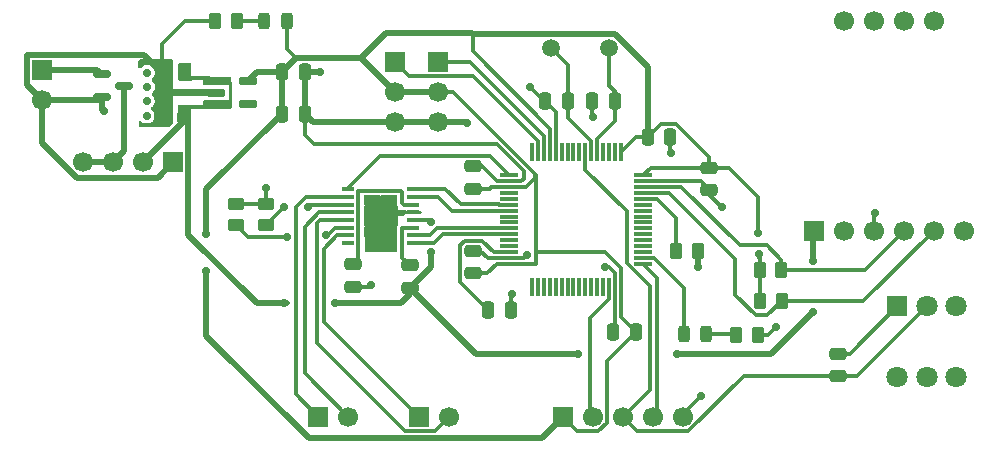
<source format=gbr>
%TF.GenerationSoftware,KiCad,Pcbnew,9.0.2*%
%TF.CreationDate,2025-06-19T19:06:17-05:00*%
%TF.ProjectId,balance_bot,62616c61-6e63-4655-9f62-6f742e6b6963,rev?*%
%TF.SameCoordinates,Original*%
%TF.FileFunction,Copper,L1,Top*%
%TF.FilePolarity,Positive*%
%FSLAX46Y46*%
G04 Gerber Fmt 4.6, Leading zero omitted, Abs format (unit mm)*
G04 Created by KiCad (PCBNEW 9.0.2) date 2025-06-19 19:06:17*
%MOMM*%
%LPD*%
G01*
G04 APERTURE LIST*
G04 Aperture macros list*
%AMRoundRect*
0 Rectangle with rounded corners*
0 $1 Rounding radius*
0 $2 $3 $4 $5 $6 $7 $8 $9 X,Y pos of 4 corners*
0 Add a 4 corners polygon primitive as box body*
4,1,4,$2,$3,$4,$5,$6,$7,$8,$9,$2,$3,0*
0 Add four circle primitives for the rounded corners*
1,1,$1+$1,$2,$3*
1,1,$1+$1,$4,$5*
1,1,$1+$1,$6,$7*
1,1,$1+$1,$8,$9*
0 Add four rect primitives between the rounded corners*
20,1,$1+$1,$2,$3,$4,$5,0*
20,1,$1+$1,$4,$5,$6,$7,0*
20,1,$1+$1,$6,$7,$8,$9,0*
20,1,$1+$1,$8,$9,$2,$3,0*%
G04 Aperture macros list end*
%TA.AperFunction,SMDPad,CuDef*%
%ADD10RoundRect,0.250000X0.262500X0.450000X-0.262500X0.450000X-0.262500X-0.450000X0.262500X-0.450000X0*%
%TD*%
%TA.AperFunction,SMDPad,CuDef*%
%ADD11RoundRect,0.243750X0.243750X0.456250X-0.243750X0.456250X-0.243750X-0.456250X0.243750X-0.456250X0*%
%TD*%
%TA.AperFunction,SMDPad,CuDef*%
%ADD12R,1.470000X0.895000*%
%TD*%
%TA.AperFunction,SMDPad,CuDef*%
%ADD13R,1.050000X0.450000*%
%TD*%
%TA.AperFunction,SMDPad,CuDef*%
%ADD14RoundRect,0.250000X-0.250000X-0.475000X0.250000X-0.475000X0.250000X0.475000X-0.250000X0.475000X0*%
%TD*%
%TA.AperFunction,ComponentPad*%
%ADD15R,1.700000X1.700000*%
%TD*%
%TA.AperFunction,ComponentPad*%
%ADD16C,1.700000*%
%TD*%
%TA.AperFunction,SMDPad,CuDef*%
%ADD17RoundRect,0.250000X0.450000X-0.262500X0.450000X0.262500X-0.450000X0.262500X-0.450000X-0.262500X0*%
%TD*%
%TA.AperFunction,SMDPad,CuDef*%
%ADD18RoundRect,0.250000X0.475000X-0.250000X0.475000X0.250000X-0.475000X0.250000X-0.475000X-0.250000X0*%
%TD*%
%TA.AperFunction,SMDPad,CuDef*%
%ADD19RoundRect,0.250000X-0.475000X0.250000X-0.475000X-0.250000X0.475000X-0.250000X0.475000X0.250000X0*%
%TD*%
%TA.AperFunction,SMDPad,CuDef*%
%ADD20RoundRect,0.250000X0.250000X0.475000X-0.250000X0.475000X-0.250000X-0.475000X0.250000X-0.475000X0*%
%TD*%
%TA.AperFunction,ComponentPad*%
%ADD21C,1.500000*%
%TD*%
%TA.AperFunction,SMDPad,CuDef*%
%ADD22RoundRect,0.162500X-0.617500X-0.162500X0.617500X-0.162500X0.617500X0.162500X-0.617500X0.162500X0*%
%TD*%
%TA.AperFunction,ComponentPad*%
%ADD23R,1.800000X1.800000*%
%TD*%
%TA.AperFunction,ComponentPad*%
%ADD24C,1.800000*%
%TD*%
%TA.AperFunction,SMDPad,CuDef*%
%ADD25RoundRect,0.250000X-0.262500X-0.450000X0.262500X-0.450000X0.262500X0.450000X-0.262500X0.450000X0*%
%TD*%
%TA.AperFunction,SMDPad,CuDef*%
%ADD26RoundRect,0.150000X-0.587500X-0.150000X0.587500X-0.150000X0.587500X0.150000X-0.587500X0.150000X0*%
%TD*%
%TA.AperFunction,SMDPad,CuDef*%
%ADD27RoundRect,0.243750X-0.243750X-0.456250X0.243750X-0.456250X0.243750X0.456250X-0.243750X0.456250X0*%
%TD*%
%TA.AperFunction,SMDPad,CuDef*%
%ADD28RoundRect,0.075000X-0.075000X0.700000X-0.075000X-0.700000X0.075000X-0.700000X0.075000X0.700000X0*%
%TD*%
%TA.AperFunction,SMDPad,CuDef*%
%ADD29RoundRect,0.075000X-0.700000X0.075000X-0.700000X-0.075000X0.700000X-0.075000X0.700000X0.075000X0*%
%TD*%
%TA.AperFunction,ViaPad*%
%ADD30C,0.700000*%
%TD*%
%TA.AperFunction,Conductor*%
%ADD31C,0.300000*%
%TD*%
%TA.AperFunction,Conductor*%
%ADD32C,0.500000*%
%TD*%
G04 APERTURE END LIST*
D10*
%TO.P,R7,1*%
%TO.N,GND*%
X163576000Y-109601000D03*
%TO.P,R7,2*%
%TO.N,Net-(D2-K)*%
X161751000Y-109601000D03*
%TD*%
D11*
%TO.P,D2,1,K*%
%TO.N,Net-(D2-K)*%
X159207200Y-109575600D03*
%TO.P,D2,2,A*%
%TO.N,Net-(D2-A)*%
X157332200Y-109575600D03*
%TD*%
D12*
%TO.P,U4,17,GND*%
%TO.N,GND*%
X132400000Y-100897500D03*
X132400000Y-100002500D03*
X132400000Y-99107500D03*
X132400000Y-98212500D03*
X130930000Y-100897500D03*
X130930000Y-100002500D03*
X130930000Y-99107500D03*
X130930000Y-98212500D03*
D13*
%TO.P,U4,16,AIN1*%
%TO.N,/ML_CHA*%
X134440000Y-97280000D03*
%TO.P,U4,15,AIN2*%
%TO.N,/ML_CHB*%
X134440000Y-97930000D03*
%TO.P,U4,14,VINT*%
%TO.N,Net-(U4-VINT)*%
X134440000Y-98580000D03*
%TO.P,U4,13,GND*%
%TO.N,GND*%
X134440000Y-99230000D03*
%TO.P,U4,12,VM*%
%TO.N,+5V*%
X134440000Y-99880000D03*
%TO.P,U4,11,VCP*%
%TO.N,Net-(U4-VCP)*%
X134440000Y-100530000D03*
%TO.P,U4,10,BIN2*%
%TO.N,/MR_CHA*%
X134440000Y-101180000D03*
%TO.P,U4,9,BIN1*%
%TO.N,/MR_CHB*%
X134440000Y-101830000D03*
%TO.P,U4,8,~{FAULT}*%
%TO.N,unconnected-(U4-~{FAULT}-Pad8)*%
X128890000Y-101830000D03*
%TO.P,U4,7,BOUT1*%
%TO.N,Net-(J5-Pin_1)*%
X128890000Y-101180000D03*
%TO.P,U4,6,BISEN*%
%TO.N,Net-(U4-BISEN)*%
X128890000Y-100530000D03*
%TO.P,U4,5,BOUT2*%
%TO.N,Net-(J5-Pin_2)*%
X128890000Y-99880000D03*
%TO.P,U4,4,AOUT2*%
%TO.N,Net-(J6-Pin_2)*%
X128890000Y-99230000D03*
%TO.P,U4,3,AISEN*%
%TO.N,Net-(U4-AISEN)*%
X128890000Y-98580000D03*
%TO.P,U4,2,AOUT1*%
%TO.N,Net-(J6-Pin_1)*%
X128890000Y-97930000D03*
%TO.P,U4,1,~{SLEEP}*%
%TO.N,/M_NSLEEP*%
X128890000Y-97280000D03*
%TD*%
D14*
%TO.P,C2,1*%
%TO.N,Net-(U1-VCAP1)*%
X140790000Y-107500000D03*
%TO.P,C2,2*%
%TO.N,GND*%
X142690000Y-107500000D03*
%TD*%
D15*
%TO.P,J5,1,Pin_1*%
%TO.N,Net-(J5-Pin_1)*%
X134894000Y-116561000D03*
D16*
%TO.P,J5,2,Pin_2*%
%TO.N,Net-(J5-Pin_2)*%
X137434000Y-116561000D03*
%TD*%
D15*
%TO.P,J6,1,Pin_1*%
%TO.N,Net-(J6-Pin_1)*%
X126394000Y-116561000D03*
D16*
%TO.P,J6,2,Pin_2*%
%TO.N,Net-(J6-Pin_2)*%
X128934000Y-116561000D03*
%TD*%
D17*
%TO.P,R5,1*%
%TO.N,Net-(U4-BISEN)*%
X119380000Y-100330000D03*
%TO.P,R5,2*%
%TO.N,GND*%
X119380000Y-98505000D03*
%TD*%
%TO.P,R1,1*%
%TO.N,Net-(U4-AISEN)*%
X121920000Y-100330000D03*
%TO.P,R1,2*%
%TO.N,GND*%
X121920000Y-98505000D03*
%TD*%
D18*
%TO.P,C6,2*%
%TO.N,GND*%
X139500000Y-102500000D03*
%TO.P,C6,1*%
%TO.N,+3.3V*%
X139500000Y-104400000D03*
%TD*%
D15*
%TO.P,J1,1,Pin_1*%
%TO.N,/ENCODER_B*%
X132842000Y-86500000D03*
D16*
%TO.P,J1,2,Pin_2*%
%TO.N,+3.3V*%
X132842000Y-89040000D03*
%TO.P,J1,3,Pin_3*%
%TO.N,GND*%
X132842000Y-91580000D03*
%TD*%
D18*
%TO.P,C15,2*%
%TO.N,Net-(U4-VCP)*%
X134112000Y-103698000D03*
%TO.P,C15,1*%
%TO.N,+5V*%
X134112000Y-105598000D03*
%TD*%
D19*
%TO.P,C14,2*%
%TO.N,GND*%
X129286000Y-105532000D03*
%TO.P,C14,1*%
%TO.N,Net-(U4-VINT)*%
X129286000Y-103632000D03*
%TD*%
D16*
%TO.P,J3,5,Pin_5*%
%TO.N,GND*%
X157226000Y-116586000D03*
%TO.P,J3,4,Pin_4*%
%TO.N,/SWCLK*%
X154686000Y-116586000D03*
%TO.P,J3,3,Pin_3*%
%TO.N,/NRST*%
X152146000Y-116586000D03*
%TO.P,J3,2,Pin_2*%
%TO.N,/SWDIO*%
X149606000Y-116586000D03*
D15*
%TO.P,J3,1,Pin_1*%
%TO.N,+3.3V*%
X147066000Y-116586000D03*
%TD*%
D20*
%TO.P,C5,2*%
%TO.N,GND*%
X151363600Y-109397800D03*
%TO.P,C5,1*%
%TO.N,+3.3V*%
X153263600Y-109397800D03*
%TD*%
D16*
%TO.P,U2,4,EN*%
%TO.N,/VIN*%
X106460000Y-95000000D03*
%TO.P,U2,3,VIN*%
X109000000Y-95000000D03*
%TO.P,U2,2,5V*%
%TO.N,+5V*%
X111540000Y-95000000D03*
D15*
%TO.P,U2,1,GND*%
%TO.N,GND*%
X114080000Y-95000000D03*
%TD*%
%TO.P,U5,1,VIN*%
%TO.N,+5V*%
X168340000Y-100780000D03*
D16*
%TO.P,U5,2,3VO*%
%TO.N,unconnected-(U5-3VO-Pad2)*%
X170880000Y-100780000D03*
%TO.P,U5,3,GND*%
%TO.N,GND*%
X173420000Y-100780000D03*
%TO.P,U5,4,SDA*%
%TO.N,/I2C1_SDA*%
X175960000Y-100780000D03*
%TO.P,U5,5,SCL*%
%TO.N,/I2C1_SCL*%
X178500000Y-100780000D03*
%TO.P,U5,6,RST*%
%TO.N,unconnected-(U5-RST-Pad6)*%
X181040000Y-100780000D03*
%TO.P,U5,7,INT*%
%TO.N,unconnected-(U5-INT-Pad7)*%
X178500000Y-83000000D03*
%TO.P,U5,8,ADDR*%
%TO.N,unconnected-(U5-ADDR-Pad8)*%
X175960000Y-83000000D03*
%TO.P,U5,9,PS1*%
%TO.N,unconnected-(U5-PS1-Pad9)*%
X173420000Y-83000000D03*
%TO.P,U5,10,PS0*%
%TO.N,unconnected-(U5-PS0-Pad10)*%
X170880000Y-83000000D03*
%TD*%
D18*
%TO.P,C7,1*%
%TO.N,+3.3V*%
X139446000Y-97216000D03*
%TO.P,C7,2*%
%TO.N,GND*%
X139446000Y-95316000D03*
%TD*%
D21*
%TO.P,Y1,1,1*%
%TO.N,/HSE_IN*%
X151000000Y-85340000D03*
%TO.P,Y1,2,2*%
%TO.N,/HSE_OUT*%
X146120000Y-85340000D03*
%TD*%
D22*
%TO.P,U6,1,VIN*%
%TO.N,+5V*%
X117696000Y-88138000D03*
%TO.P,U6,2,GND*%
%TO.N,GND*%
X117696000Y-89088000D03*
%TO.P,U6,3,EN*%
%TO.N,+5V*%
X117696000Y-90038000D03*
%TO.P,U6,4,NC*%
%TO.N,unconnected-(U6-NC-Pad4)*%
X120396000Y-90038000D03*
%TO.P,U6,5,VOUT*%
%TO.N,+3.3V*%
X120396000Y-88138000D03*
%TD*%
D23*
%TO.P,SW1,1,1*%
%TO.N,GND*%
X175390800Y-107188000D03*
D24*
%TO.P,SW1,2,2*%
%TO.N,/NRST*%
X177890800Y-107188000D03*
%TO.P,SW1,3*%
%TO.N,N/C*%
X180390800Y-107188000D03*
%TO.P,SW1,4*%
X175390800Y-113188000D03*
%TO.P,SW1,5*%
X177890800Y-113188000D03*
%TO.P,SW1,6*%
X180390800Y-113188000D03*
%TD*%
D10*
%TO.P,R6,1*%
%TO.N,Net-(D1-K)*%
X119483500Y-83002000D03*
%TO.P,R6,2*%
%TO.N,GND*%
X117658500Y-83002000D03*
%TD*%
D25*
%TO.P,R4,1*%
%TO.N,/BOOT*%
X156675000Y-102500000D03*
%TO.P,R4,2*%
%TO.N,GND*%
X158500000Y-102500000D03*
%TD*%
%TO.P,R3,1*%
%TO.N,+3.3V*%
X163757600Y-104089200D03*
%TO.P,R3,2*%
%TO.N,/I2C1_SDA*%
X165582600Y-104089200D03*
%TD*%
%TO.P,R2,1*%
%TO.N,+3.3V*%
X163781100Y-106756200D03*
%TO.P,R2,2*%
%TO.N,/I2C1_SCL*%
X165606100Y-106756200D03*
%TD*%
D26*
%TO.P,Q1,1,D*%
%TO.N,Net-(J4-Pin_1)*%
X108062500Y-87550000D03*
%TO.P,Q1,2,G*%
%TO.N,GND*%
X108062500Y-89450000D03*
%TO.P,Q1,3,S*%
%TO.N,/VIN*%
X109937500Y-88500000D03*
%TD*%
D15*
%TO.P,J4,1,Pin_1*%
%TO.N,Net-(J4-Pin_1)*%
X103000000Y-87175000D03*
D16*
%TO.P,J4,2,Pin_2*%
%TO.N,GND*%
X103000000Y-89715000D03*
%TD*%
D15*
%TO.P,J2,1,Pin_1*%
%TO.N,/ENCODER_A*%
X136500000Y-86500000D03*
D16*
%TO.P,J2,2,Pin_2*%
%TO.N,+3.3V*%
X136500000Y-89040000D03*
%TO.P,J2,3,Pin_3*%
%TO.N,GND*%
X136500000Y-91580000D03*
%TD*%
D27*
%TO.P,D1,1,K*%
%TO.N,Net-(D1-K)*%
X121823000Y-83058000D03*
%TO.P,D1,2,A*%
%TO.N,+3.3V*%
X123698000Y-83058000D03*
%TD*%
D14*
%TO.P,C13,1*%
%TO.N,+3.3V*%
X123322000Y-87376000D03*
%TO.P,C13,2*%
%TO.N,GND*%
X125222000Y-87376000D03*
%TD*%
%TO.P,C12,1*%
%TO.N,+3.3V*%
X123322000Y-90876000D03*
%TO.P,C12,2*%
%TO.N,GND*%
X125222000Y-90876000D03*
%TD*%
D20*
%TO.P,C11,1*%
%TO.N,+5V*%
X115062000Y-87376000D03*
%TO.P,C11,2*%
%TO.N,GND*%
X113162000Y-87376000D03*
%TD*%
%TO.P,C10,1*%
%TO.N,+5V*%
X115012000Y-90876000D03*
%TO.P,C10,2*%
%TO.N,GND*%
X113112000Y-90876000D03*
%TD*%
%TO.P,C9,1*%
%TO.N,/HSE_OUT*%
X147500000Y-89840000D03*
%TO.P,C9,2*%
%TO.N,GND*%
X145600000Y-89840000D03*
%TD*%
%TO.P,C8,1*%
%TO.N,/HSE_IN*%
X151500000Y-89840000D03*
%TO.P,C8,2*%
%TO.N,GND*%
X149600000Y-89840000D03*
%TD*%
D19*
%TO.P,C4,1*%
%TO.N,+3.3V*%
X159500000Y-95440000D03*
%TO.P,C4,2*%
%TO.N,GND*%
X159500000Y-97340000D03*
%TD*%
D14*
%TO.P,C3,1*%
%TO.N,+3.3V*%
X154290000Y-92840000D03*
%TO.P,C3,2*%
%TO.N,GND*%
X156190000Y-92840000D03*
%TD*%
D18*
%TO.P,C1,1*%
%TO.N,/NRST*%
X170408600Y-113116400D03*
%TO.P,C1,2*%
%TO.N,GND*%
X170408600Y-111216400D03*
%TD*%
D28*
%TO.P,U1,1,VBAT*%
%TO.N,+3.3V*%
X151990000Y-94165000D03*
%TO.P,U1,2,PC13*%
%TO.N,unconnected-(U1-PC13-Pad2)*%
X151490000Y-94165000D03*
%TO.P,U1,3,PC14*%
%TO.N,unconnected-(U1-PC14-Pad3)*%
X150990000Y-94165000D03*
%TO.P,U1,4,PC15*%
%TO.N,unconnected-(U1-PC15-Pad4)*%
X150490000Y-94165000D03*
%TO.P,U1,5,PH0*%
%TO.N,/HSE_IN*%
X149990000Y-94165000D03*
%TO.P,U1,6,PH1*%
%TO.N,/HSE_OUT*%
X149490000Y-94165000D03*
%TO.P,U1,7,NRST*%
%TO.N,/NRST*%
X148990000Y-94165000D03*
%TO.P,U1,8,PC0*%
%TO.N,unconnected-(U1-PC0-Pad8)*%
X148490000Y-94165000D03*
%TO.P,U1,9,PC1*%
%TO.N,unconnected-(U1-PC1-Pad9)*%
X147990000Y-94165000D03*
%TO.P,U1,10,PC2*%
%TO.N,unconnected-(U1-PC2-Pad10)*%
X147490000Y-94165000D03*
%TO.P,U1,11,PC3*%
%TO.N,unconnected-(U1-PC3-Pad11)*%
X146990000Y-94165000D03*
%TO.P,U1,12,VSSA*%
%TO.N,GND*%
X146490000Y-94165000D03*
%TO.P,U1,13,VREF+*%
%TO.N,+3.3V*%
X145990000Y-94165000D03*
%TO.P,U1,14,PA0*%
%TO.N,/ENCODER_A*%
X145490000Y-94165000D03*
%TO.P,U1,15,PA1*%
%TO.N,/ENCODER_B*%
X144990000Y-94165000D03*
%TO.P,U1,16,PA2*%
%TO.N,unconnected-(U1-PA2-Pad16)*%
X144490000Y-94165000D03*
D29*
%TO.P,U1,17,PA3*%
%TO.N,/M_NSLEEP*%
X142565000Y-96090000D03*
%TO.P,U1,18,VSS*%
%TO.N,GND*%
X142565000Y-96590000D03*
%TO.P,U1,19,VDD*%
%TO.N,+3.3V*%
X142565000Y-97090000D03*
%TO.P,U1,20,PA4*%
%TO.N,unconnected-(U1-PA4-Pad20)*%
X142565000Y-97590000D03*
%TO.P,U1,21,PA5*%
%TO.N,unconnected-(U1-PA5-Pad21)*%
X142565000Y-98090000D03*
%TO.P,U1,22,PA6*%
%TO.N,/ML_CHA*%
X142565000Y-98590000D03*
%TO.P,U1,23,PA7*%
%TO.N,/ML_CHB*%
X142565000Y-99090000D03*
%TO.P,U1,24,PC4*%
%TO.N,unconnected-(U1-PC4-Pad24)*%
X142565000Y-99590000D03*
%TO.P,U1,25,PC5*%
%TO.N,unconnected-(U1-PC5-Pad25)*%
X142565000Y-100090000D03*
%TO.P,U1,26,PB0*%
%TO.N,/MR_CHA*%
X142565000Y-100590000D03*
%TO.P,U1,27,PB1*%
%TO.N,/MR_CHB*%
X142565000Y-101090000D03*
%TO.P,U1,28,PB2*%
%TO.N,unconnected-(U1-PB2-Pad28)*%
X142565000Y-101590000D03*
%TO.P,U1,29,PB10*%
%TO.N,unconnected-(U1-PB10-Pad29)*%
X142565000Y-102090000D03*
%TO.P,U1,30,VCAP1*%
%TO.N,Net-(U1-VCAP1)*%
X142565000Y-102590000D03*
%TO.P,U1,31,VSS*%
%TO.N,GND*%
X142565000Y-103090000D03*
%TO.P,U1,32,VDD*%
%TO.N,+3.3V*%
X142565000Y-103590000D03*
D28*
%TO.P,U1,33,PB12*%
%TO.N,unconnected-(U1-PB12-Pad33)*%
X144490000Y-105515000D03*
%TO.P,U1,34,PB13*%
%TO.N,unconnected-(U1-PB13-Pad34)*%
X144990000Y-105515000D03*
%TO.P,U1,35,PB14*%
%TO.N,unconnected-(U1-PB14-Pad35)*%
X145490000Y-105515000D03*
%TO.P,U1,36,PB15*%
%TO.N,unconnected-(U1-PB15-Pad36)*%
X145990000Y-105515000D03*
%TO.P,U1,37,PC6*%
%TO.N,unconnected-(U1-PC6-Pad37)*%
X146490000Y-105515000D03*
%TO.P,U1,38,PC7*%
%TO.N,unconnected-(U1-PC7-Pad38)*%
X146990000Y-105515000D03*
%TO.P,U1,39,PC8*%
%TO.N,unconnected-(U1-PC8-Pad39)*%
X147490000Y-105515000D03*
%TO.P,U1,40,PC9*%
%TO.N,unconnected-(U1-PC9-Pad40)*%
X147990000Y-105515000D03*
%TO.P,U1,41,PA8*%
%TO.N,unconnected-(U1-PA8-Pad41)*%
X148490000Y-105515000D03*
%TO.P,U1,42,PA9*%
%TO.N,unconnected-(U1-PA9-Pad42)*%
X148990000Y-105515000D03*
%TO.P,U1,43,PA10*%
%TO.N,unconnected-(U1-PA10-Pad43)*%
X149490000Y-105515000D03*
%TO.P,U1,44,PA11*%
%TO.N,unconnected-(U1-PA11-Pad44)*%
X149990000Y-105515000D03*
%TO.P,U1,45,PA12*%
%TO.N,unconnected-(U1-PA12-Pad45)*%
X150490000Y-105515000D03*
%TO.P,U1,46,PA13*%
%TO.N,/SWDIO*%
X150990000Y-105515000D03*
%TO.P,U1,47,VSS*%
%TO.N,GND*%
X151490000Y-105515000D03*
%TO.P,U1,48,VDD*%
%TO.N,+3.3V*%
X151990000Y-105515000D03*
D29*
%TO.P,U1,49,PA14*%
%TO.N,/SWCLK*%
X153915000Y-103590000D03*
%TO.P,U1,50,PA15*%
%TO.N,Net-(D2-A)*%
X153915000Y-103090000D03*
%TO.P,U1,51,PC10*%
%TO.N,unconnected-(U1-PC10-Pad51)*%
X153915000Y-102590000D03*
%TO.P,U1,52,PC11*%
%TO.N,unconnected-(U1-PC11-Pad52)*%
X153915000Y-102090000D03*
%TO.P,U1,53,PC12*%
%TO.N,unconnected-(U1-PC12-Pad53)*%
X153915000Y-101590000D03*
%TO.P,U1,54,PD2*%
%TO.N,unconnected-(U1-PD2-Pad54)*%
X153915000Y-101090000D03*
%TO.P,U1,55,PB3*%
%TO.N,unconnected-(U1-PB3-Pad55)*%
X153915000Y-100590000D03*
%TO.P,U1,56,PB4*%
%TO.N,unconnected-(U1-PB4-Pad56)*%
X153915000Y-100090000D03*
%TO.P,U1,57,PB5*%
%TO.N,unconnected-(U1-PB5-Pad57)*%
X153915000Y-99590000D03*
%TO.P,U1,58,PB6*%
%TO.N,unconnected-(U1-PB6-Pad58)*%
X153915000Y-99090000D03*
%TO.P,U1,59,PB7*%
%TO.N,unconnected-(U1-PB7-Pad59)*%
X153915000Y-98590000D03*
%TO.P,U1,60,BOOT0*%
%TO.N,/BOOT*%
X153915000Y-98090000D03*
%TO.P,U1,61,PB8*%
%TO.N,/I2C1_SCL*%
X153915000Y-97590000D03*
%TO.P,U1,62,PB9*%
%TO.N,/I2C1_SDA*%
X153915000Y-97090000D03*
%TO.P,U1,63,VSS*%
%TO.N,GND*%
X153915000Y-96590000D03*
%TO.P,U1,64,VDD*%
%TO.N,+3.3V*%
X153915000Y-96090000D03*
%TD*%
D30*
%TO.N,GND*%
X165176200Y-108915200D03*
%TO.N,+3.3V*%
X163652200Y-100965000D03*
%TO.N,+5V*%
X168249600Y-103352600D03*
X168275000Y-107696000D03*
%TO.N,+3.3V*%
X163677600Y-102731800D03*
X116916200Y-104216200D03*
X116916200Y-101092000D03*
%TO.N,GND*%
X132334000Y-102108000D03*
%TO.N,+5V*%
X156718000Y-111252000D03*
X148336000Y-111252000D03*
%TO.N,GND*%
X158750000Y-114808000D03*
%TO.N,Net-(U4-BISEN)*%
X123698000Y-101346000D03*
X127047275Y-101139275D03*
%TO.N,Net-(U4-AISEN)*%
X125476000Y-98806000D03*
X123444000Y-98806000D03*
%TO.N,GND*%
X126492000Y-87376000D03*
X138938000Y-91694000D03*
X108204000Y-90678000D03*
X130810000Y-105410000D03*
%TO.N,+5V*%
X127762000Y-106934000D03*
X123444000Y-106934000D03*
%TO.N,GND*%
X142748000Y-106172000D03*
X160528000Y-98806000D03*
X173482000Y-99314000D03*
X144272000Y-88646000D03*
X158496000Y-103886000D03*
X130810000Y-102108000D03*
X121920000Y-97131500D03*
%TO.N,+5V*%
X135890000Y-102616000D03*
X135890000Y-100076000D03*
%TO.N,GND*%
X150622000Y-103886000D03*
X144018000Y-102870000D03*
X156210000Y-94234000D03*
X149606000Y-91186000D03*
%TO.N,*%
X111861600Y-91059000D03*
X111887000Y-89789000D03*
X111887000Y-87401400D03*
X111912400Y-88595200D03*
%TD*%
D31*
%TO.N,Net-(D2-A)*%
X157332200Y-109575600D02*
X157332200Y-105627666D01*
X157332200Y-105627666D02*
X154794534Y-103090000D01*
X154794534Y-103090000D02*
X153915000Y-103090000D01*
%TO.N,GND*%
X164490400Y-109601000D02*
X165176200Y-108915200D01*
X163576000Y-109601000D02*
X164490400Y-109601000D01*
%TO.N,Net-(D2-K)*%
X161725600Y-109575600D02*
X161751000Y-109601000D01*
X159207200Y-109575600D02*
X161725600Y-109575600D01*
%TO.N,/SWCLK*%
X155092400Y-104767400D02*
X153915000Y-103590000D01*
X155092400Y-116179600D02*
X155092400Y-104767400D01*
X154686000Y-116586000D02*
X155092400Y-116179600D01*
%TO.N,/NRST*%
X148990000Y-95650000D02*
X148990000Y-94165000D01*
X152491000Y-103545534D02*
X152491000Y-99151000D01*
X152491000Y-99151000D02*
X148990000Y-95650000D01*
X154457400Y-114274600D02*
X154457400Y-105511934D01*
X154457400Y-105511934D02*
X152491000Y-103545534D01*
X152146000Y-116586000D02*
X154457400Y-114274600D01*
%TO.N,+3.3V*%
X150807000Y-111854400D02*
X153263600Y-109397800D01*
X150103471Y-117787000D02*
X150807000Y-117083471D01*
X150807000Y-117083471D02*
X150807000Y-111854400D01*
X148267000Y-117787000D02*
X150103471Y-117787000D01*
X147066000Y-116586000D02*
X148267000Y-117787000D01*
X151990000Y-108124200D02*
X153263600Y-109397800D01*
X151990000Y-105515000D02*
X151990000Y-108124200D01*
%TO.N,GND*%
X151490000Y-109271400D02*
X151363600Y-109397800D01*
X151490000Y-105515000D02*
X151490000Y-109271400D01*
%TO.N,+3.3V*%
X163652200Y-97967800D02*
X163652200Y-100965000D01*
D32*
%TO.N,+5V*%
X168249600Y-100870400D02*
X168340000Y-100780000D01*
X168249600Y-103352600D02*
X168249600Y-100870400D01*
X164719000Y-111252000D02*
X168275000Y-107696000D01*
X156718000Y-111252000D02*
X164719000Y-111252000D01*
D31*
%TO.N,+3.3V*%
X163677600Y-102731800D02*
X163677600Y-103062000D01*
X163757600Y-103142000D02*
X163757600Y-104089200D01*
X163677600Y-103062000D02*
X163757600Y-103142000D01*
%TO.N,/I2C1_SDA*%
X162052000Y-102031800D02*
X164363400Y-102031800D01*
X157110200Y-97090000D02*
X162052000Y-102031800D01*
X165582600Y-103251000D02*
X165582600Y-104089200D01*
X153915000Y-97090000D02*
X157110200Y-97090000D01*
X164363400Y-102031800D02*
X165582600Y-103251000D01*
%TO.N,+3.3V*%
X161124400Y-95440000D02*
X159500000Y-95440000D01*
X163652200Y-97967800D02*
X161124400Y-95440000D01*
%TO.N,/I2C1_SCL*%
X161696400Y-106240870D02*
X161696400Y-103196400D01*
X163405530Y-107950000D02*
X161696400Y-106240870D01*
X164412300Y-107950000D02*
X163405530Y-107950000D01*
%TO.N,+3.3V*%
X163757600Y-106732700D02*
X163781100Y-106756200D01*
X163757600Y-104089200D02*
X163757600Y-106732700D01*
%TO.N,/I2C1_SCL*%
X164412300Y-107950000D02*
X165606100Y-106756200D01*
X156090000Y-97590000D02*
X161696400Y-103196400D01*
X165606100Y-106756200D02*
X172523800Y-106756200D01*
X172523800Y-106756200D02*
X178500000Y-100780000D01*
%TO.N,/I2C1_SDA*%
X175960000Y-100780000D02*
X172650800Y-104089200D01*
X172650800Y-104089200D02*
X165582600Y-104089200D01*
%TO.N,/NRST*%
X171962400Y-113116400D02*
X170408600Y-113116400D01*
X177890800Y-107188000D02*
X171962400Y-113116400D01*
X162394071Y-113116400D02*
X170408600Y-113116400D01*
X157723471Y-117787000D02*
X162394071Y-113116400D01*
%TO.N,GND*%
X175390800Y-107188000D02*
X171362400Y-111216400D01*
X171362400Y-111216400D02*
X170408600Y-111216400D01*
D32*
%TO.N,+5V*%
X115381000Y-91245000D02*
X115012000Y-90876000D01*
X115381000Y-101157000D02*
X115381000Y-91245000D01*
%TO.N,+3.3V*%
X145289000Y-118363000D02*
X147066000Y-116586000D01*
X125594000Y-118363000D02*
X145289000Y-118363000D01*
X116916200Y-109685200D02*
X125594000Y-118363000D01*
X116916200Y-104216200D02*
X116916200Y-109685200D01*
X116916200Y-97281800D02*
X116916200Y-101092000D01*
X123322000Y-90876000D02*
X116916200Y-97281800D01*
D31*
%TO.N,Net-(U4-VINT)*%
X133638000Y-98580000D02*
X134440000Y-98580000D01*
X133498000Y-98440000D02*
X133638000Y-98580000D01*
X133498000Y-97489500D02*
X133498000Y-98440000D01*
D32*
%TO.N,GND*%
X130864000Y-102054000D02*
X130810000Y-102108000D01*
D31*
X157226000Y-116332000D02*
X158750000Y-114808000D01*
X157226000Y-116586000D02*
X157226000Y-116332000D01*
%TO.N,Net-(U4-BISEN)*%
X120396000Y-101346000D02*
X119380000Y-100330000D01*
X123698000Y-101346000D02*
X120396000Y-101346000D01*
X127047275Y-101171275D02*
X127047275Y-101139275D01*
X127111000Y-101235000D02*
X127047275Y-101171275D01*
%TO.N,Net-(J6-Pin_1)*%
X124460000Y-114627000D02*
X126394000Y-116561000D01*
X124460000Y-98806000D02*
X124460000Y-114627000D01*
X125338500Y-97927500D02*
X124460000Y-98806000D01*
X128824000Y-97927500D02*
X125338500Y-97927500D01*
%TO.N,Net-(U4-AISEN)*%
X125704500Y-98577500D02*
X128824000Y-98577500D01*
X125476000Y-98806000D02*
X125704500Y-98577500D01*
X121920000Y-100330000D02*
X123444000Y-98806000D01*
%TO.N,Net-(J6-Pin_2)*%
X125222000Y-112849000D02*
X128934000Y-116561000D01*
X125222000Y-100438980D02*
X125222000Y-112849000D01*
X126433480Y-99227500D02*
X125222000Y-100438980D01*
X128824000Y-99227500D02*
X126433480Y-99227500D01*
%TO.N,Net-(J5-Pin_2)*%
X126238000Y-110307000D02*
X126238000Y-100131500D01*
X126238000Y-100131500D02*
X126492000Y-99877500D01*
D32*
%TO.N,GND*%
X125222000Y-87376000D02*
X126492000Y-87376000D01*
X138824000Y-91580000D02*
X138938000Y-91694000D01*
X136500000Y-91580000D02*
X138824000Y-91580000D01*
D31*
%TO.N,/ENCODER_B*%
X139473000Y-87701000D02*
X134043000Y-87701000D01*
X144990000Y-93218000D02*
X139473000Y-87701000D01*
X134043000Y-87701000D02*
X132842000Y-86500000D01*
X144990000Y-94165000D02*
X144990000Y-93218000D01*
D32*
%TO.N,+5V*%
X139700000Y-111186000D02*
X134112000Y-105598000D01*
X139700000Y-111252000D02*
X139700000Y-111186000D01*
X148336000Y-111252000D02*
X139700000Y-111252000D01*
D31*
%TO.N,/SWDIO*%
X149359000Y-116339000D02*
X149606000Y-116586000D01*
X149359000Y-108197000D02*
X149359000Y-116339000D01*
X150990000Y-106566000D02*
X149359000Y-108197000D01*
X150990000Y-105515000D02*
X150990000Y-106566000D01*
D32*
%TO.N,GND*%
X125926000Y-91580000D02*
X125222000Y-90876000D01*
X132842000Y-91580000D02*
X125926000Y-91580000D01*
X136500000Y-91580000D02*
X132842000Y-91580000D01*
%TO.N,+3.3V*%
X132842000Y-89040000D02*
X136500000Y-89040000D01*
X139381000Y-84074000D02*
X139446000Y-84139000D01*
X132128000Y-84074000D02*
X139381000Y-84074000D01*
X130002000Y-86200000D02*
X132128000Y-84074000D01*
X130002000Y-86200000D02*
X132842000Y-89040000D01*
X124498000Y-86200000D02*
X130002000Y-86200000D01*
D31*
%TO.N,Net-(U4-VCP)*%
X133549000Y-100527500D02*
X133498000Y-100578500D01*
X134374000Y-100527500D02*
X133549000Y-100527500D01*
X133498000Y-100578500D02*
X133498000Y-103084000D01*
X133498000Y-103084000D02*
X134112000Y-103698000D01*
D32*
%TO.N,GND*%
X108062500Y-90536500D02*
X108204000Y-90678000D01*
X108062500Y-89450000D02*
X108062500Y-90536500D01*
D31*
X130688000Y-105532000D02*
X130810000Y-105410000D01*
X129286000Y-105532000D02*
X130688000Y-105532000D01*
D32*
%TO.N,+5V*%
X123444000Y-106934000D02*
X123698000Y-106934000D01*
X121158000Y-106934000D02*
X115381000Y-101157000D01*
X123444000Y-106934000D02*
X121158000Y-106934000D01*
X134112000Y-106172000D02*
X133350000Y-106934000D01*
X134112000Y-105598000D02*
X134112000Y-106172000D01*
X133350000Y-106934000D02*
X127762000Y-106934000D01*
D31*
%TO.N,Net-(U4-VINT)*%
X129778000Y-103140000D02*
X129778000Y-97411500D01*
X129286000Y-103632000D02*
X129778000Y-103140000D01*
D32*
%TO.N,+5V*%
X135890000Y-103820000D02*
X134112000Y-105598000D01*
X135890000Y-102616000D02*
X135890000Y-103820000D01*
D31*
%TO.N,+3.3V*%
X144780000Y-102616000D02*
X144780000Y-96065480D01*
X150622000Y-102616000D02*
X144780000Y-102616000D01*
X151990000Y-103984000D02*
X150622000Y-102616000D01*
X151990000Y-105515000D02*
X151990000Y-103984000D01*
%TO.N,GND*%
X151490000Y-104390000D02*
X151490000Y-105515000D01*
X150622000Y-103886000D02*
X150986000Y-103886000D01*
X150986000Y-103886000D02*
X151490000Y-104390000D01*
X142690000Y-106230000D02*
X142748000Y-106172000D01*
X142690000Y-107500000D02*
X142690000Y-106230000D01*
%TO.N,Net-(J5-Pin_2)*%
X128824000Y-99877500D02*
X126492000Y-99877500D01*
%TO.N,Net-(U4-BISEN)*%
X127818500Y-100527500D02*
X127111000Y-101235000D01*
X128824000Y-100527500D02*
X127818500Y-100527500D01*
%TO.N,GND*%
X149600000Y-91180000D02*
X149606000Y-91186000D01*
X149600000Y-89840000D02*
X149600000Y-91180000D01*
X156190000Y-94214000D02*
X156210000Y-94234000D01*
X156190000Y-92840000D02*
X156190000Y-94214000D01*
X159500000Y-97778000D02*
X160528000Y-98806000D01*
X159500000Y-97340000D02*
X159500000Y-97778000D01*
X145466000Y-89840000D02*
X145600000Y-89840000D01*
X144272000Y-88646000D02*
X145466000Y-89840000D01*
D32*
X108204000Y-89591500D02*
X108062500Y-89450000D01*
D31*
X121920000Y-98505000D02*
X121920000Y-97131500D01*
%TO.N,+3.3V*%
X144780000Y-96065480D02*
X144741733Y-96027213D01*
X144780000Y-103590000D02*
X144780000Y-102616000D01*
D32*
%TO.N,GND*%
X158500000Y-103882000D02*
X158496000Y-103886000D01*
X158500000Y-102500000D02*
X158500000Y-103882000D01*
%TO.N,+5V*%
X115012000Y-91528000D02*
X115012000Y-90876000D01*
X111540000Y-95000000D02*
X115012000Y-91528000D01*
%TO.N,GND*%
X103000000Y-93379892D02*
X103000000Y-89715000D01*
X105921108Y-96301000D02*
X103000000Y-93379892D01*
X112779000Y-96301000D02*
X105921108Y-96301000D01*
X114080000Y-95000000D02*
X112779000Y-96301000D01*
D31*
%TO.N,+3.3V*%
X137754520Y-89040000D02*
X136500000Y-89040000D01*
X144741733Y-96027213D02*
X137754520Y-89040000D01*
X144741733Y-96304267D02*
X144741733Y-96027213D01*
%TO.N,/NRST*%
X153347000Y-117787000D02*
X157723471Y-117787000D01*
X152146000Y-116586000D02*
X153347000Y-117787000D01*
%TO.N,+3.3V*%
X156695870Y-91764000D02*
X155366000Y-91764000D01*
X159500000Y-94568130D02*
X156695870Y-91764000D01*
X155366000Y-91764000D02*
X154290000Y-92840000D01*
X159500000Y-95440000D02*
X159500000Y-94568130D01*
X144741733Y-96304267D02*
X143956000Y-97090000D01*
D32*
%TO.N,+5V*%
X115062000Y-90826000D02*
X115012000Y-90876000D01*
%TO.N,+3.3V*%
X139446000Y-84139000D02*
X151497471Y-84139000D01*
D31*
X139446000Y-85598000D02*
X139446000Y-84139000D01*
X145990000Y-92142000D02*
X139446000Y-85598000D01*
X145990000Y-94165000D02*
X145990000Y-92142000D01*
%TO.N,Net-(J5-Pin_2)*%
X136233000Y-117762000D02*
X137434000Y-116561000D01*
X133693000Y-117762000D02*
X136233000Y-117762000D01*
X126238000Y-110307000D02*
X133693000Y-117762000D01*
%TO.N,Net-(J5-Pin_1)*%
X127999000Y-101177500D02*
X126857000Y-102319500D01*
X126857000Y-102319500D02*
X126857000Y-108524000D01*
X128824000Y-101177500D02*
X127999000Y-101177500D01*
X126857000Y-108524000D02*
X134894000Y-116561000D01*
%TO.N,GND*%
X125222000Y-92710000D02*
X125222000Y-90876000D01*
X125984000Y-93472000D02*
X125222000Y-92710000D01*
X141478000Y-93472000D02*
X125984000Y-93472000D01*
X143764000Y-95758000D02*
X141478000Y-93472000D01*
X119380000Y-98505000D02*
X121920000Y-98505000D01*
%TO.N,+3.3V*%
X139500000Y-104400000D02*
X140710000Y-104400000D01*
%TO.N,+5V*%
X135691500Y-99877500D02*
X135890000Y-100076000D01*
X134374000Y-99877500D02*
X135691500Y-99877500D01*
D32*
X134112000Y-105852000D02*
X134340000Y-105852000D01*
X134112000Y-105852000D02*
X134259136Y-105852000D01*
D31*
%TO.N,+3.3V*%
X159647500Y-95587500D02*
X159500000Y-95440000D01*
%TO.N,GND*%
X143764000Y-96411956D02*
X143764000Y-95758000D01*
D32*
X111660000Y-85874000D02*
X113162000Y-87376000D01*
X101699000Y-85874000D02*
X111660000Y-85874000D01*
X103000000Y-89715000D02*
X101699000Y-88414000D01*
X101699000Y-88414000D02*
X101699000Y-85874000D01*
D31*
X143798000Y-103090000D02*
X144018000Y-102870000D01*
X142565000Y-103090000D02*
X143798000Y-103090000D01*
%TO.N,+3.3V*%
X142565000Y-103590000D02*
X144780000Y-103590000D01*
X142565000Y-97090000D02*
X143956000Y-97090000D01*
%TO.N,GND*%
X143585956Y-96590000D02*
X143764000Y-96411956D01*
D32*
%TO.N,+3.3V*%
X154290000Y-86931529D02*
X154290000Y-92840000D01*
X151497471Y-84139000D02*
X154290000Y-86931529D01*
D31*
%TO.N,GND*%
X142565000Y-96590000D02*
X143585956Y-96590000D01*
%TO.N,/ENCODER_A*%
X145490000Y-92801479D02*
X139188521Y-86500000D01*
X145490000Y-94165000D02*
X145490000Y-92801479D01*
X136500000Y-86500000D02*
X139188521Y-86500000D01*
%TO.N,GND*%
X115118000Y-83002000D02*
X113162000Y-84958000D01*
X117658500Y-83002000D02*
X115118000Y-83002000D01*
X113162000Y-84958000D02*
X113162000Y-87376000D01*
%TO.N,/MR_CHA*%
X136398000Y-100584000D02*
X136404000Y-100590000D01*
X135804500Y-101177500D02*
X136398000Y-100584000D01*
%TO.N,/MR_CHB*%
X136170500Y-101827500D02*
X136906000Y-101092000D01*
X134374000Y-101827500D02*
X136170500Y-101827500D01*
%TO.N,/MR_CHA*%
X134374000Y-101177500D02*
X135804500Y-101177500D01*
%TO.N,Net-(U4-VINT)*%
X129778000Y-97411500D02*
X133420000Y-97411500D01*
X134300000Y-98651500D02*
X134374000Y-98577500D01*
X133420000Y-97411500D02*
X133498000Y-97489500D01*
%TO.N,/ML_CHA*%
X134374000Y-97277500D02*
X137155500Y-97277500D01*
X137155500Y-97277500D02*
X138430000Y-98552000D01*
%TO.N,/ML_CHB*%
X137698000Y-99090000D02*
X136535500Y-97927500D01*
%TO.N,/M_NSLEEP*%
X131636500Y-94465000D02*
X128824000Y-97277500D01*
%TO.N,/ML_CHB*%
X136535500Y-97927500D02*
X134374000Y-97927500D01*
D32*
%TO.N,GND*%
X113112000Y-87426000D02*
X113162000Y-87376000D01*
%TO.N,/VIN*%
X109000000Y-95000000D02*
X106460000Y-95000000D01*
X109937500Y-94062500D02*
X109000000Y-95000000D01*
X109937500Y-88500000D02*
X109937500Y-94062500D01*
%TO.N,Net-(J4-Pin_1)*%
X107687500Y-87175000D02*
X108062500Y-87550000D01*
X103000000Y-87175000D02*
X107687500Y-87175000D01*
%TO.N,GND*%
X107797500Y-89715000D02*
X108062500Y-89450000D01*
X103000000Y-89715000D02*
X107797500Y-89715000D01*
D31*
%TO.N,+3.3V*%
X123698000Y-85400000D02*
X124498000Y-86200000D01*
X123698000Y-83058000D02*
X123698000Y-85400000D01*
%TO.N,Net-(D1-K)*%
X119483500Y-83002000D02*
X121767000Y-83002000D01*
X121767000Y-83002000D02*
X121823000Y-83058000D01*
%TO.N,+3.3V*%
X120650000Y-87884000D02*
X120396000Y-88138000D01*
X153315000Y-92840000D02*
X151990000Y-94165000D01*
X154290000Y-92840000D02*
X153315000Y-92840000D01*
X154565000Y-95440000D02*
X153915000Y-96090000D01*
X159500000Y-95440000D02*
X154565000Y-95440000D01*
%TO.N,GND*%
X158750000Y-96590000D02*
X159500000Y-97340000D01*
X153915000Y-96590000D02*
X158750000Y-96590000D01*
X146490000Y-90730000D02*
X145600000Y-89840000D01*
X146490000Y-94165000D02*
X146490000Y-90730000D01*
D32*
%TO.N,+3.3V*%
X123322000Y-87376000D02*
X124498000Y-86200000D01*
%TO.N,GND*%
X125222000Y-87376000D02*
X125222000Y-90876000D01*
D31*
X140274000Y-95316000D02*
X139446000Y-95316000D01*
X141548000Y-96590000D02*
X140274000Y-95316000D01*
X142565000Y-96590000D02*
X141548000Y-96590000D01*
%TO.N,+3.3V*%
X140906000Y-97216000D02*
X139446000Y-97216000D01*
X141032000Y-97090000D02*
X140906000Y-97216000D01*
X142565000Y-97090000D02*
X141032000Y-97090000D01*
X141520000Y-103590000D02*
X142565000Y-103590000D01*
D32*
X123322000Y-90876000D02*
X123322000Y-87376000D01*
X121158000Y-87376000D02*
X120396000Y-88138000D01*
X123322000Y-87376000D02*
X121158000Y-87376000D01*
D31*
%TO.N,/ML_CHB*%
X142565000Y-99090000D02*
X137698000Y-99090000D01*
%TO.N,/ML_CHA*%
X142565000Y-98590000D02*
X141685466Y-98590000D01*
X141647466Y-98552000D02*
X141685466Y-98590000D01*
X138430000Y-98552000D02*
X141647466Y-98552000D01*
%TO.N,/MR_CHB*%
X141480000Y-101090000D02*
X141478000Y-101092000D01*
X142565000Y-101090000D02*
X141480000Y-101090000D01*
X141478000Y-101092000D02*
X141683466Y-101092000D01*
X141683466Y-101092000D02*
X141684466Y-101091000D01*
%TO.N,/HSE_IN*%
X151000000Y-88500000D02*
X151000000Y-85340000D01*
X151500000Y-89000000D02*
X151000000Y-88500000D01*
X151500000Y-89840000D02*
X151500000Y-89000000D01*
%TO.N,/HSE_OUT*%
X147500000Y-86720000D02*
X146120000Y-85340000D01*
X147500000Y-89840000D02*
X147500000Y-86720000D01*
X147500000Y-91228520D02*
X147500000Y-89840000D01*
X149490000Y-93218520D02*
X147500000Y-91228520D01*
X149490000Y-94165000D02*
X149490000Y-93218520D01*
%TO.N,/HSE_IN*%
X151500000Y-91500000D02*
X151500000Y-89840000D01*
X149990000Y-93010000D02*
X151500000Y-91500000D01*
X149990000Y-94165000D02*
X149990000Y-93010000D01*
%TO.N,/BOOT*%
X156675000Y-99675000D02*
X156675000Y-102500000D01*
X155090000Y-98090000D02*
X156675000Y-99675000D01*
X153915000Y-98090000D02*
X155090000Y-98090000D01*
%TO.N,/I2C1_SCL*%
X153915000Y-97590000D02*
X156090000Y-97590000D01*
%TO.N,/MR_CHB*%
X136906000Y-101092000D02*
X141478000Y-101092000D01*
%TO.N,/MR_CHA*%
X136404000Y-100590000D02*
X142565000Y-100590000D01*
%TO.N,/M_NSLEEP*%
X140940000Y-94465000D02*
X131636500Y-94465000D01*
X142565000Y-96090000D02*
X140940000Y-94465000D01*
%TO.N,+3.3V*%
X140710000Y-104400000D02*
X141520000Y-103590000D01*
%TO.N,GND*%
X140716000Y-103124000D02*
X140092000Y-102500000D01*
X142565000Y-103090000D02*
X140750000Y-103090000D01*
X140092000Y-102500000D02*
X139500000Y-102500000D01*
X140750000Y-103090000D02*
X140716000Y-103124000D01*
%TO.N,Net-(U1-VCAP1)*%
X140790000Y-107500000D02*
X138424000Y-105134000D01*
X141225000Y-102590000D02*
X142565000Y-102590000D01*
X138424000Y-105134000D02*
X138424000Y-101994130D01*
X138424000Y-101994130D02*
X138769130Y-101649000D01*
X140284000Y-101649000D02*
X141225000Y-102590000D01*
X138769130Y-101649000D02*
X140284000Y-101649000D01*
%TO.N,GND*%
X173420000Y-100780000D02*
X173420000Y-99376000D01*
X173420000Y-99376000D02*
X173482000Y-99314000D01*
%TD*%
%TA.AperFunction,Conductor*%
%TO.N,GND*%
G36*
X132990539Y-97881685D02*
G01*
X133036294Y-97934489D01*
X133047500Y-97986000D01*
X133047500Y-98499308D01*
X133071712Y-98589672D01*
X133078199Y-98613881D01*
X133078201Y-98613887D01*
X133079387Y-98615941D01*
X133080000Y-98618230D01*
X133081311Y-98621394D01*
X133080894Y-98621566D01*
X133096000Y-98677940D01*
X133096000Y-99060000D01*
X133722406Y-99060000D01*
X133772492Y-99070565D01*
X133845009Y-99102585D01*
X133870135Y-99105500D01*
X135004000Y-99105499D01*
X135012685Y-99108049D01*
X135021647Y-99106761D01*
X135045687Y-99117739D01*
X135071039Y-99125184D01*
X135076966Y-99132024D01*
X135085203Y-99135786D01*
X135099490Y-99158018D01*
X135116794Y-99177987D01*
X135119081Y-99188502D01*
X135122977Y-99194564D01*
X135128000Y-99229499D01*
X135128000Y-99230500D01*
X135108315Y-99297539D01*
X135055511Y-99343294D01*
X135004000Y-99354500D01*
X133870143Y-99354500D01*
X133870117Y-99354502D01*
X133845012Y-99357413D01*
X133845008Y-99357415D01*
X133742235Y-99402793D01*
X133662794Y-99482234D01*
X133657561Y-99494087D01*
X133612475Y-99547463D01*
X133545688Y-99567990D01*
X133544127Y-99568000D01*
X133096000Y-99568000D01*
X133096000Y-100340558D01*
X133080895Y-100396930D01*
X133081312Y-100397103D01*
X133080002Y-100400265D01*
X133079389Y-100402554D01*
X133078204Y-100404606D01*
X133078200Y-100404615D01*
X133071712Y-100428824D01*
X133071713Y-100428825D01*
X133047500Y-100519191D01*
X133047500Y-102492000D01*
X133027815Y-102559039D01*
X132975011Y-102604794D01*
X132923500Y-102616000D01*
X130426000Y-102616000D01*
X130358961Y-102596315D01*
X130313206Y-102543511D01*
X130302000Y-102492000D01*
X130302000Y-97986000D01*
X130321685Y-97918961D01*
X130374489Y-97873206D01*
X130426000Y-97862000D01*
X132923500Y-97862000D01*
X132990539Y-97881685D01*
G37*
%TD.AperFunction*%
%TD*%
%TA.AperFunction,Conductor*%
%TO.N,GND*%
G36*
X113988382Y-86272958D02*
G01*
X114034702Y-86325266D01*
X114046441Y-86375411D01*
X114096800Y-88798399D01*
X114096800Y-88798400D01*
X118365589Y-88773866D01*
X118432739Y-88793165D01*
X118478796Y-88845705D01*
X118490300Y-88897864D01*
X118490300Y-89259455D01*
X118470615Y-89326494D01*
X118417811Y-89372249D01*
X118367009Y-89383453D01*
X116988194Y-89391332D01*
X116970433Y-89389833D01*
X116970394Y-89390128D01*
X116967908Y-89389794D01*
X116967905Y-89389793D01*
X116967901Y-89389793D01*
X116918555Y-89385192D01*
X116918548Y-89385191D01*
X116918539Y-89385191D01*
X116791245Y-89383694D01*
X116747733Y-89386292D01*
X116747727Y-89386293D01*
X116712729Y-89390906D01*
X116709374Y-89391448D01*
X116690308Y-89393033D01*
X114071400Y-89407999D01*
X114071399Y-89408000D01*
X114047699Y-91663707D01*
X114027311Y-91730536D01*
X114011387Y-91750085D01*
X113802974Y-91958498D01*
X113741651Y-91991983D01*
X113716727Y-91994809D01*
X111300680Y-92022755D01*
X111233418Y-92003847D01*
X111187055Y-91951576D01*
X111175247Y-91899312D01*
X111174587Y-91750085D01*
X111173883Y-91591136D01*
X111193271Y-91524013D01*
X111245872Y-91478025D01*
X111314986Y-91467775D01*
X111378669Y-91496519D01*
X111385563Y-91502909D01*
X111446927Y-91564273D01*
X111446931Y-91564276D01*
X111553466Y-91635461D01*
X111553472Y-91635464D01*
X111553473Y-91635465D01*
X111671856Y-91684501D01*
X111671860Y-91684501D01*
X111671861Y-91684502D01*
X111797528Y-91709500D01*
X111797531Y-91709500D01*
X111925671Y-91709500D01*
X112010215Y-91692682D01*
X112051344Y-91684501D01*
X112169727Y-91635465D01*
X112276269Y-91564276D01*
X112366876Y-91473669D01*
X112438065Y-91367127D01*
X112487101Y-91248744D01*
X112512100Y-91123069D01*
X112512100Y-90994931D01*
X112512100Y-90994928D01*
X112487102Y-90869261D01*
X112487101Y-90869260D01*
X112487101Y-90869256D01*
X112438065Y-90750873D01*
X112438064Y-90750872D01*
X112438061Y-90750866D01*
X112366876Y-90644331D01*
X112366873Y-90644327D01*
X112276272Y-90553726D01*
X112276268Y-90553723D01*
X112249126Y-90535587D01*
X112204321Y-90481974D01*
X112195614Y-90412649D01*
X112225769Y-90349622D01*
X112249124Y-90329385D01*
X112301669Y-90294276D01*
X112392276Y-90203669D01*
X112463465Y-90097127D01*
X112512501Y-89978744D01*
X112537500Y-89853069D01*
X112537500Y-89724931D01*
X112537500Y-89724928D01*
X112512502Y-89599261D01*
X112512501Y-89599260D01*
X112512501Y-89599256D01*
X112463465Y-89480873D01*
X112463464Y-89480872D01*
X112463461Y-89480866D01*
X112392276Y-89374331D01*
X112392273Y-89374327D01*
X112308834Y-89290888D01*
X112275349Y-89229565D01*
X112280333Y-89159873D01*
X112322205Y-89103940D01*
X112326874Y-89100636D01*
X112327065Y-89100478D01*
X112327069Y-89100476D01*
X112417676Y-89009869D01*
X112488865Y-88903327D01*
X112537901Y-88784944D01*
X112547896Y-88734699D01*
X112562900Y-88659271D01*
X112562900Y-88531128D01*
X112537902Y-88405461D01*
X112537901Y-88405460D01*
X112537901Y-88405456D01*
X112499974Y-88313892D01*
X112488866Y-88287075D01*
X112488861Y-88287066D01*
X112417676Y-88180531D01*
X112417673Y-88180527D01*
X112327072Y-88089926D01*
X112322361Y-88086060D01*
X112323213Y-88085020D01*
X112282815Y-88036673D01*
X112274113Y-87967347D01*
X112304273Y-87904322D01*
X112308815Y-87899529D01*
X112392276Y-87816069D01*
X112463465Y-87709527D01*
X112512501Y-87591144D01*
X112523579Y-87535453D01*
X112537500Y-87465471D01*
X112537500Y-87337328D01*
X112512502Y-87211661D01*
X112512501Y-87211660D01*
X112512501Y-87211656D01*
X112463465Y-87093273D01*
X112463464Y-87093272D01*
X112463461Y-87093266D01*
X112392276Y-86986731D01*
X112392273Y-86986727D01*
X112301672Y-86896126D01*
X112301668Y-86896123D01*
X112195133Y-86824938D01*
X112195124Y-86824933D01*
X112076744Y-86775899D01*
X112076738Y-86775897D01*
X111951071Y-86750900D01*
X111951069Y-86750900D01*
X111822931Y-86750900D01*
X111822929Y-86750900D01*
X111697261Y-86775897D01*
X111697255Y-86775899D01*
X111578875Y-86824933D01*
X111578866Y-86824938D01*
X111472331Y-86896123D01*
X111472327Y-86896126D01*
X111381726Y-86986727D01*
X111381723Y-86986731D01*
X111380315Y-86988839D01*
X111379292Y-86989693D01*
X111377860Y-86991439D01*
X111377528Y-86991167D01*
X111326701Y-87033641D01*
X111257375Y-87042345D01*
X111194349Y-87012188D01*
X111157633Y-86952743D01*
X111153217Y-86920492D01*
X111150945Y-86407016D01*
X111170333Y-86339890D01*
X111222934Y-86293902D01*
X111273607Y-86282474D01*
X113921135Y-86253995D01*
X113988382Y-86272958D01*
G37*
%TD.AperFunction*%
%TD*%
%TA.AperFunction,Conductor*%
%TO.N,+5V*%
G36*
X115589239Y-86608285D02*
G01*
X115634994Y-86661089D01*
X115646200Y-86712600D01*
X115646200Y-87731600D01*
X118904462Y-87756098D01*
X118971352Y-87776286D01*
X119016708Y-87829432D01*
X119027489Y-87876900D01*
X119041267Y-88411547D01*
X119043759Y-88508235D01*
X119043759Y-88508236D01*
X119045959Y-88593608D01*
X119046000Y-88596802D01*
X119046000Y-90326322D01*
X119026315Y-90393361D01*
X118973511Y-90439116D01*
X118922926Y-90450319D01*
X115646200Y-90474800D01*
X115646200Y-91519200D01*
X115626515Y-91586239D01*
X115573711Y-91631994D01*
X115522200Y-91643200D01*
X114578484Y-91643200D01*
X114511445Y-91623515D01*
X114465690Y-91570711D01*
X114454501Y-91517134D01*
X114475768Y-90241134D01*
X114496567Y-90174431D01*
X114550126Y-90129563D01*
X114599751Y-90119200D01*
X116662200Y-90119200D01*
X116662200Y-89813164D01*
X116664956Y-89803776D01*
X116663678Y-89794074D01*
X116674639Y-89770800D01*
X116681885Y-89746125D01*
X116689278Y-89739718D01*
X116693449Y-89730864D01*
X116715253Y-89717211D01*
X116734689Y-89700370D01*
X116745952Y-89697989D01*
X116752668Y-89693784D01*
X116787651Y-89689173D01*
X116914961Y-89690671D01*
X116954449Y-89697619D01*
X116991451Y-89710567D01*
X116991458Y-89710567D01*
X116991460Y-89710568D01*
X117022724Y-89713500D01*
X117022728Y-89713500D01*
X118369277Y-89713500D01*
X118408065Y-89709863D01*
X118408094Y-89710181D01*
X118425171Y-89708439D01*
X118788508Y-89712714D01*
X118795799Y-89712800D01*
X118795800Y-89712800D01*
X118795800Y-88468200D01*
X118794644Y-88468186D01*
X118382662Y-88463338D01*
X118372570Y-88462808D01*
X118369278Y-88462500D01*
X118369272Y-88462500D01*
X118311994Y-88462500D01*
X118310535Y-88462491D01*
X116759341Y-88444241D01*
X116692538Y-88423770D01*
X116647407Y-88370431D01*
X116636800Y-88320250D01*
X116636800Y-88061800D01*
X114654094Y-88085688D01*
X114586822Y-88066813D01*
X114540434Y-88014564D01*
X114528600Y-87961697D01*
X114528600Y-86712600D01*
X114548285Y-86645561D01*
X114601089Y-86599806D01*
X114652600Y-86588600D01*
X115522200Y-86588600D01*
X115589239Y-86608285D01*
G37*
%TD.AperFunction*%
%TD*%
M02*

</source>
